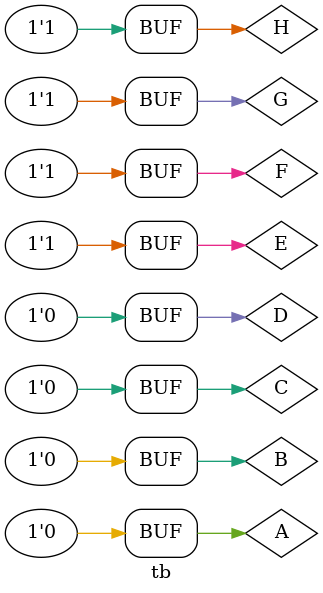
<source format=v>
`timescale 1ns / 1ps


module tb;

	// Inputs
	reg A;
	reg B;
	reg C;
	reg D;
	reg E;
	reg F;
	reg G;
	reg H;

	// Outputs
	wire out;

	// Instantiate the Unit Under Test (UUT)
	lab_5 uut (
		.A(A), 
		.B(B), 
		.C(C), 
		.D(D), 
		.E(E), 
		.F(F), 
		.G(G), 
		.H(H), 
		.out(out)
	);

	initial begin
		// Initialize Inputs
		A = 0;
		B = 0;
		C = 0;
		D = 0;
		E = 1;
		F = 0;
		G = 1;
		H = 0;

		// Wait 100 ns for global reset to finish
		#100;
		// Initialize Inputs
		A = 0;
		B = 0;
		C = 0;
		D = 0;
		E = 1;
		F = 0;
		G = 1;
		H = 1;

		// Wait 100 ns for global reset to finish
		#100;
        
		  // Initialize Inputs
		A = 0;
		B = 0;
		C = 0;
		D = 0;
		E = 1;
		F = 1;
		G = 0;
		H = 1;

		// Wait 100 ns for global reset to finish
		#100;
		
		// Initialize Inputs
		A = 0;
		B = 0;
		C = 0;
		D = 0;
		E = 1;
		F = 1;
		G = 1;
		H = 1;

		// Wait 100 ns for global reset to finish
		#100;
	

		
		

	end
      
endmodule


</source>
